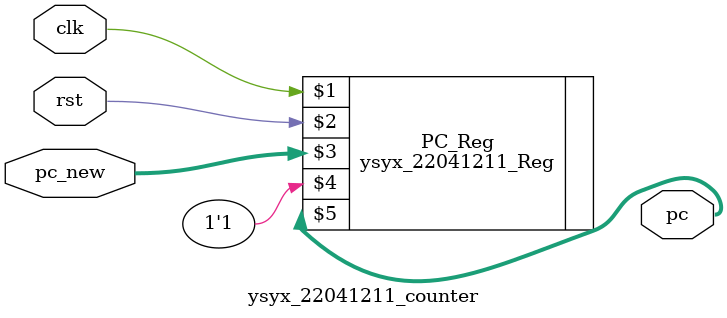
<source format=v>
/*************************************************************************
	> File Name: ysyx_22041211_counter.v
	> Author: Chelsea
	> Mail: 1938166340@qq.com 
	> Created Time: 2023年08月05日 星期六 22时12分23秒
 ************************************************************************/

module ysyx_22041211_counter #(parameter ADDR_LEN = 32,RESET_VAL = 32'h80000000)(
	input								clk		,
	input								rst		,
	input	[ADDR_LEN - 1:0]			pc_new	,
	output	[ADDR_LEN - 1:0]			pc
);
	ysyx_22041211_Reg #(ADDR_LEN, RESET_VAL) PC_Reg (clk,rst,pc_new,1'b1,pc);
	// always @(*)
	// 	$display();

endmodule

</source>
